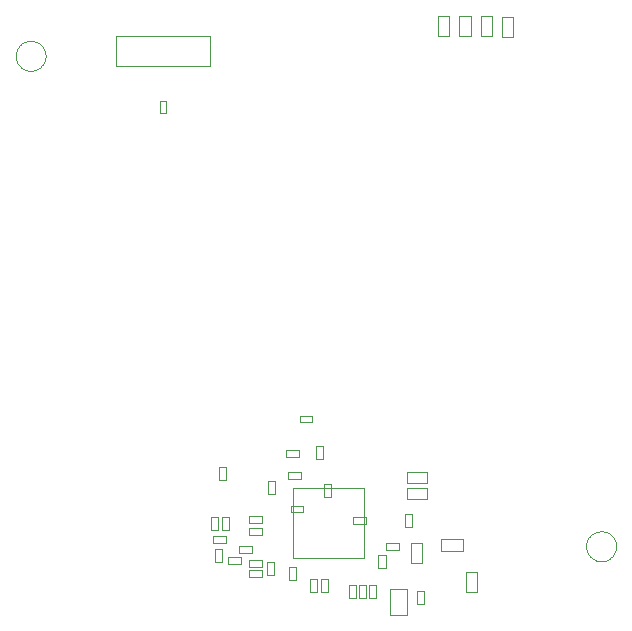
<source format=gbr>
%FSTAX23Y23*%
%MOMM*%
%SFA1B1*%

%IPPOS*%
%ADD115C,0.100000*%
G54D115*
X51069Y11324D02*
D01*
X51066Y11413*
X51057Y11501*
X51042Y11589*
X5102Y11675*
X50993Y11759*
X5096Y11841*
X50921Y11921*
X50877Y11997*
X50827Y12071*
X50772Y12141*
X50713Y12207*
X50649Y12268*
X50581Y12325*
X5051Y12377*
X50434Y12424*
X50356Y12466*
X50275Y12502*
X50192Y12532*
X50107Y12557*
X5002Y12575*
X49932Y12588*
X49844Y12594*
X49755*
X49667Y12588*
X49579Y12575*
X49492Y12557*
X49407Y12532*
X49324Y12502*
X49243Y12466*
X49164Y12424*
X49089Y12377*
X49018Y12325*
X4895Y12268*
X48886Y12207*
X48827Y12141*
X48772Y12071*
X48722Y11997*
X48678Y11921*
X48639Y11841*
X48606Y11759*
X48579Y11675*
X48557Y11589*
X48542Y11501*
X48533Y11413*
X48529Y11324*
X48533Y11236*
X48542Y11148*
X48557Y1106*
X48579Y10974*
X48606Y1089*
X48639Y10808*
X48678Y10728*
X48722Y10651*
X48772Y10578*
X48827Y10508*
X48886Y10442*
X4895Y10381*
X49018Y10324*
X49089Y10272*
X49164Y10225*
X49243Y10183*
X49324Y10147*
X49407Y10117*
X49492Y10092*
X49579Y10074*
X49667Y10061*
X49755Y10055*
X49844*
X49932Y10061*
X5002Y10074*
X50107Y10092*
X50192Y10117*
X50275Y10147*
X50356Y10183*
X50434Y10225*
X5051Y10272*
X50581Y10324*
X50649Y10381*
X50713Y10442*
X50772Y10508*
X50827Y10578*
X50877Y10651*
X50921Y10728*
X5096Y10808*
X50993Y1089*
X5102Y10974*
X51042Y1106*
X51057Y11148*
X51066Y11236*
X51069Y11324*
X02769Y52849D02*
D01*
X02766Y52938*
X02757Y53026*
X02742Y53114*
X0272Y532*
X02693Y53284*
X0266Y53366*
X02621Y53446*
X02577Y53522*
X02527Y53596*
X02472Y53666*
X02413Y53732*
X02349Y53793*
X02281Y5385*
X0221Y53902*
X02134Y53949*
X02056Y53991*
X01975Y54027*
X01892Y54057*
X01807Y54082*
X0172Y541*
X01632Y54113*
X01544Y54119*
X01455*
X01367Y54113*
X01279Y541*
X01192Y54082*
X01107Y54057*
X01024Y54027*
X00943Y53991*
X00864Y53949*
X00789Y53902*
X00718Y5385*
X0065Y53793*
X00586Y53732*
X00527Y53666*
X00472Y53596*
X00422Y53522*
X00378Y53446*
X00339Y53366*
X00306Y53284*
X00279Y532*
X00257Y53114*
X00242Y53026*
X00233Y52938*
X00229Y52849*
X00233Y52761*
X00242Y52673*
X00257Y52585*
X00279Y52499*
X00306Y52415*
X00339Y52333*
X00378Y52253*
X00422Y52176*
X00472Y52103*
X00527Y52033*
X00586Y51967*
X0065Y51906*
X00718Y51849*
X00789Y51797*
X00864Y5175*
X00943Y51708*
X01024Y51672*
X01107Y51642*
X01192Y51617*
X01279Y51599*
X01367Y51586*
X01455Y5158*
X01544*
X01632Y51586*
X0172Y51599*
X01807Y51617*
X01892Y51642*
X01975Y51672*
X02056Y51708*
X02134Y5175*
X0221Y51797*
X02281Y51849*
X02349Y51906*
X02413Y51967*
X02472Y52033*
X02527Y52103*
X02577Y52176*
X02621Y52253*
X0266Y52333*
X02693Y52415*
X0272Y52499*
X02742Y52585*
X02757Y52673*
X02766Y52761*
X02769Y52849*
X33349Y16299D02*
X35049D01*
X33349Y15349D02*
X35049D01*
X33349D02*
Y16299D01*
X35049Y15349D02*
Y16299D01*
X33324Y17599D02*
X35024D01*
X33324Y16649D02*
X35024D01*
X33324D02*
Y17599D01*
X35024Y16649D02*
Y17599D01*
X33199Y12999D02*
X33799D01*
X33199Y14099D02*
X33799D01*
X33199Y12999D02*
Y14099D01*
X33799Y12999D02*
Y14099D01*
X35999Y54499D02*
X36949D01*
X35999Y56199D02*
X36949D01*
X35999Y54499D02*
Y56199D01*
X36949Y54499D02*
Y56199D01*
X39616Y54549D02*
X40566D01*
X39616Y56249D02*
X40566D01*
X39616Y54549D02*
Y56249D01*
X40566Y54549D02*
Y56249D01*
X37808Y54499D02*
X38758D01*
X37808Y56199D02*
X38758D01*
X37808Y54499D02*
Y56199D01*
X38758Y54499D02*
Y56199D01*
X41424Y54474D02*
X42374D01*
X41424Y56174D02*
X42374D01*
X41424Y54474D02*
Y56174D01*
X42374Y54474D02*
Y56174D01*
X24274Y22374D02*
X25324D01*
X24274Y21824D02*
X25324D01*
X24274D02*
Y22374D01*
X25324Y21824D02*
Y22374D01*
X25674Y18699D02*
X26274D01*
X25674Y19799D02*
X26274D01*
X25674Y18699D02*
Y19799D01*
X26274Y18699D02*
Y19799D01*
X33674Y09874D02*
X34624D01*
X33674Y11624D02*
X34624D01*
X33674Y09874D02*
Y11624D01*
X34624Y09874D02*
Y11624D01*
X31549Y10999D02*
Y11599D01*
X32649Y10999D02*
Y11599D01*
X31549D02*
X32649D01*
X31549Y10999D02*
X32649D01*
X31949Y05474D02*
X33399D01*
X31949Y07674D02*
X33399D01*
X31949Y05474D02*
Y07674D01*
X33399Y05474D02*
Y07674D01*
X24224Y18849D02*
Y19449D01*
X23124Y18849D02*
Y19449D01*
Y18849D02*
X24224D01*
X23124Y19449D02*
X24224D01*
X24424Y17049D02*
Y17649D01*
X23324Y17049D02*
Y17649D01*
Y17049D02*
X24424D01*
X23324Y17649D02*
X24424D01*
X26349Y16574D02*
X26949D01*
X26349Y15474D02*
X26949D01*
X26349D02*
Y16574D01*
X26949Y15474D02*
Y16574D01*
X29899Y13199D02*
Y13799D01*
X28799Y13199D02*
Y13799D01*
X29899*
X28799Y13199D02*
X29899D01*
X30949Y10549D02*
X31549D01*
X30949Y09449D02*
X31549D01*
Y10549*
X30949Y09449D02*
Y10549D01*
X34174Y07524D02*
X34774D01*
X34174Y06424D02*
X34774D01*
Y07524*
X34174Y06424D02*
Y07524D01*
X36274Y10924D02*
Y11924D01*
X38074Y10924D02*
Y11924D01*
X36274D02*
X38074D01*
X36274Y10924D02*
X38074D01*
X38374Y09174D02*
X39324D01*
X38374Y07424D02*
X39324D01*
Y09174*
X38374Y07424D02*
Y09174D01*
X21524Y08924D02*
X22074D01*
X21524Y09974D02*
X22074D01*
X21524Y08924D02*
Y09974D01*
X22074Y08924D02*
Y09974D01*
X21049Y09599D02*
Y10199D01*
X19949Y09599D02*
Y10199D01*
Y09599D02*
X21049D01*
X19949Y10199D02*
X21049D01*
X19324Y09849D02*
Y10449D01*
X18224Y09849D02*
Y10449D01*
Y09849D02*
X19324D01*
X18224Y10449D02*
X19324D01*
X19949Y08699D02*
Y09299D01*
X21049Y08699D02*
Y09299D01*
X19949D02*
X21049D01*
X19949Y08699D02*
X21049D01*
X20199Y10749D02*
Y11349D01*
X19099Y10749D02*
Y11349D01*
Y10749D02*
X20199D01*
X19099Y11349D02*
X20199D01*
X17124Y11099D02*
X17724D01*
X17124Y09999D02*
X17724D01*
Y11099*
X17124Y09999D02*
Y11099D01*
X16749Y13799D02*
X17349D01*
X16749Y127D02*
X17349D01*
Y13799*
X16749Y127D02*
Y13799D01*
X17674D02*
X18274D01*
X17674Y127D02*
X18274D01*
Y13799*
X17674Y127D02*
Y13799D01*
X16974Y11624D02*
Y12174D01*
X18024Y11624D02*
Y12174D01*
X16974D02*
X18024D01*
X16974Y11624D02*
X18024D01*
X21049Y12299D02*
Y12899D01*
X19949Y12299D02*
Y12899D01*
Y12299D02*
X21049D01*
X19949Y12899D02*
X21049D01*
X21099Y13299D02*
Y13899D01*
X19999Y13299D02*
Y13899D01*
Y13299D02*
X21099D01*
X19999Y13899D02*
X21099D01*
X23524Y14224D02*
Y14774D01*
X24574Y14224D02*
Y14774D01*
X23524Y14224D02*
X24574D01*
X23524Y14774D02*
X24574D01*
X23374Y09599D02*
X23974D01*
X23374Y08499D02*
X23974D01*
Y09599*
X23374Y08499D02*
Y09599D01*
X21624Y16874D02*
X22225D01*
X21624Y15774D02*
X22225D01*
Y16874*
X21624Y15774D02*
Y16874D01*
X17449Y16974D02*
X18049D01*
X17449Y18074D02*
X18049D01*
X17449Y16974D02*
Y18074D01*
X18049Y16974D02*
Y18074D01*
X08689Y54509D02*
X16689D01*
X08689Y51969D02*
Y54509D01*
Y51969D02*
X16689D01*
Y54509*
X29299Y08024D02*
X29899D01*
X29299Y06924D02*
X29899D01*
Y08024*
X29299Y06924D02*
Y08024D01*
X30174D02*
X30774D01*
X30174Y06924D02*
X30774D01*
Y08024*
X30174Y06924D02*
Y08024D01*
X26074Y08574D02*
X26674D01*
X26074Y07474D02*
X26674D01*
Y08574*
X26074Y07474D02*
Y08574D01*
X25174D02*
X25774D01*
X25174Y07474D02*
X25774D01*
Y08574*
X25174Y07474D02*
Y08574D01*
X28424Y06924D02*
X29024D01*
X28424Y08024D02*
X29024D01*
X28424Y06924D02*
Y08024D01*
X29024Y06924D02*
Y08024D01*
X23724Y10299D02*
Y16299D01*
X29724*
X23724Y10299D02*
X29724D01*
Y16299*
X29299Y08024D02*
X29899D01*
X29299Y06924D02*
X29899D01*
X29299D02*
Y08024D01*
X29899Y06924D02*
Y08024D01*
X28424Y06924D02*
X29024D01*
X28424Y08024D02*
X29024D01*
Y06924D02*
Y08024D01*
X28424Y06924D02*
Y08024D01*
X30174D02*
X30774D01*
X30174Y06924D02*
X30774D01*
X30174D02*
Y08024D01*
X30774Y06924D02*
Y08024D01*
X12424Y47974D02*
X12974D01*
X12424Y49024D02*
X12974D01*
X12424Y47974D02*
Y49024D01*
X12974Y47974D02*
Y49024D01*
M02*
</source>
